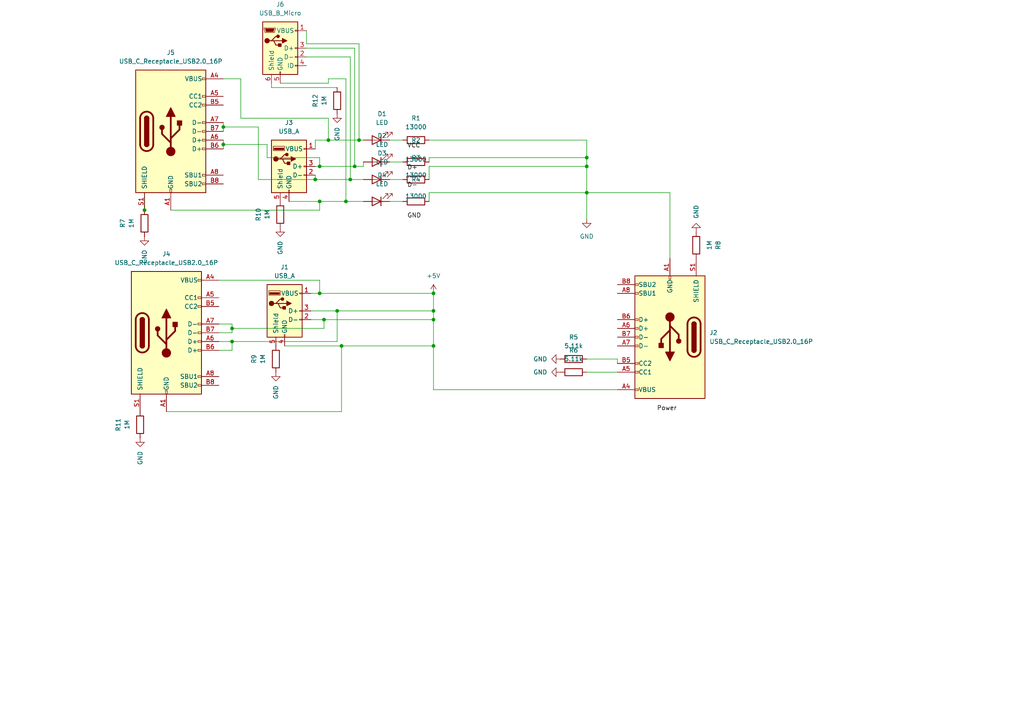
<source format=kicad_sch>
(kicad_sch (version 20231120) (generator "eeschema") (generator_version "8.0")
  (paper "A4")
  (lib_symbols
    (symbol "Connector:USB_A" (pin_names (offset 1.016))
      (property "Reference" "J" (at -5.08 11.43 0))
      (property "Value" "USB_A" (at -5.08 8.89 0))
      (symbol "USB_A_0_1"
        (rectangle (start -5.08 -7.62) (end 5.08 7.62) (stroke (width 0.254)) (fill (type background)))
        (circle (center -3.81 2.159) (radius 0.635) (stroke (width 0.254)) (fill (type outline)))
        (rectangle (start -1.524 4.826) (end -4.318 5.334) (fill (type outline)))
        (rectangle (start -1.27 4.572) (end -4.572 5.842))
        (circle (center -0.635 3.429) (radius 0.381) (stroke (width 0.254)) (fill (type outline)))
        (rectangle (start -0.127 -7.62) (end 0.127 -6.858))
        (polyline (pts (xy -3.175 2.159) (xy -2.54 2.159) (xy -1.27 3.429) (xy -0.635 3.429)) (stroke (width 0.254)))
        (polyline (pts (xy -2.54 2.159) (xy -1.905 2.159) (xy -1.27 0.889) (xy 0 0.889)) (stroke (width 0.254)))
        (polyline (pts (xy 0.635 2.794) (xy 0.635 1.524) (xy 1.905 2.159) (xy 0.635 2.794)) (stroke (width 0.254)) (fill (type outline)))
        (rectangle (start 0.254 1.27) (end -0.508 0.508) (stroke (width 0.254)) (fill (type outline)))
        (rectangle (start 5.08 -2.667) (end 4.318 -2.413))
        (rectangle (start 5.08 -0.127) (end 4.318 0.127))
        (rectangle (start 5.08 4.953) (end 4.318 5.207))
      )
      (symbol "USB_A_1_1"
        (polyline (pts (xy -1.905 2.159) (xy 0.635 2.159)) (stroke (width 0.254)))
        (pin power_in line (at 7.62 5.08 180) (length 2.54) (name "VBUS") (number "1"))
        (pin bidirectional line (at 7.62 -2.54 180) (length 2.54) (name "D-") (number "2"))
        (pin bidirectional line (at 7.62 0 180) (length 2.54) (name "D+") (number "3"))
        (pin power_in line (at 0 -10.16 90) (length 2.54) (name "GND") (number "4"))
        (pin passive line (at -2.54 -10.16 90) (length 2.54) (name "Shield") (number "5"))
      )
    )
    (symbol "Connector:USB_B_Micro" (pin_names (offset 1.016))
      (property "Reference" "J" (at -5.08 11.43 0))
      (property "Value" "USB_B_Micro" (at -5.08 8.89 0))
      (symbol "USB_B_Micro_0_1"
        (rectangle (start -5.08 -7.62) (end 5.08 7.62) (stroke (width 0.254)) (fill (type background)))
        (circle (center -3.81 2.159) (radius 0.635) (stroke (width 0.254)) (fill (type outline)))
        (circle (center -0.635 3.429) (radius 0.381) (stroke (width 0.254)) (fill (type outline)))
        (rectangle (start -0.127 -7.62) (end 0.127 -6.858))
        (polyline (pts (xy -1.905 2.159) (xy 0.635 2.159)) (stroke (width 0.254)))
        (polyline (pts (xy -3.175 2.159) (xy -2.54 2.159) (xy -1.27 3.429) (xy -0.635 3.429)) (stroke (width 0.254)))
        (polyline (pts (xy -2.54 2.159) (xy -1.905 2.159) (xy -1.27 0.889) (xy 0 0.889)) (stroke (width 0.254)))
        (polyline (pts (xy 0.635 2.794) (xy 0.635 1.524) (xy 1.905 2.159) (xy 0.635 2.794)) (stroke (width 0.254)) (fill (type outline)))
        (polyline (pts (xy -4.318 5.588) (xy -1.778 5.588) (xy -2.032 4.826) (xy -4.064 4.826) (xy -4.318 5.588)) (fill (type outline)))
        (polyline (pts (xy -4.699 5.842) (xy -4.699 5.588) (xy -4.445 4.826) (xy -4.445 4.572) (xy -1.651 4.572) (xy -1.651 4.826) (xy -1.397 5.588) (xy -1.397 5.842) (xy -4.699 5.842)))
        (rectangle (start 0.254 1.27) (end -0.508 0.508) (stroke (width 0.254)) (fill (type outline)))
        (rectangle (start 5.08 -5.207) (end 4.318 -4.953))
        (rectangle (start 5.08 -2.667) (end 4.318 -2.413))
        (rectangle (start 5.08 -0.127) (end 4.318 0.127))
        (rectangle (start 5.08 4.953) (end 4.318 5.207))
      )
      (symbol "USB_B_Micro_1_1"
        (pin power_out line (at 7.62 5.08 180) (length 2.54) (name "VBUS") (number "1"))
        (pin bidirectional line (at 7.62 -2.54 180) (length 2.54) (name "D-") (number "2"))
        (pin bidirectional line (at 7.62 0 180) (length 2.54) (name "D+") (number "3"))
        (pin passive line (at 7.62 -5.08 180) (length 2.54) (name "ID") (number "4"))
        (pin power_out line (at 0 -10.16 90) (length 2.54) (name "GND") (number "5"))
        (pin passive line (at -2.54 -10.16 90) (length 2.54) (name "Shield") (number "6"))
      )
    )
    (symbol "Connector:USB_C_Receptacle_USB2.0_16P" (pin_names (offset 1.016))
      (property "Reference" "J" (at 0 22.225 0))
      (property "Value" "USB_C_Receptacle_USB2.0_16P" (at 0 19.685 0))
      (symbol "USB_C_Receptacle_USB2.0_16P_0_0"
        (rectangle (start -0.254 -17.78) (end 0.254 -16.764))
        (rectangle (start 10.16 -14.986) (end 9.144 -15.494))
        (rectangle (start 10.16 -12.446) (end 9.144 -12.954))
        (rectangle (start 10.16 -4.826) (end 9.144 -5.334))
        (rectangle (start 10.16 -2.286) (end 9.144 -2.794))
        (rectangle (start 10.16 0.254) (end 9.144 -0.254))
        (rectangle (start 10.16 2.794) (end 9.144 2.286))
        (rectangle (start 10.16 7.874) (end 9.144 7.366))
        (rectangle (start 10.16 10.414) (end 9.144 9.906))
        (rectangle (start 10.16 15.494) (end 9.144 14.986))
      )
      (symbol "USB_C_Receptacle_USB2.0_16P_0_1"
        (rectangle (start -10.16 17.78) (end 10.16 -17.78) (stroke (width 0.254)) (fill (type background)))
        (arc (start -8.89 -3.81) (mid -6.985 -5.7067) (end -5.08 -3.81) (stroke (width 0.508)))
        (arc (start -7.62 -3.81) (mid -6.985 -4.4423) (end -6.35 -3.81) (stroke (width 0.254)))
        (arc (start -7.62 -3.81) (mid -6.985 -4.4423) (end -6.35 -3.81) (stroke (width 0.254)) (fill (type outline)))
        (rectangle (start -7.62 -3.81) (end -6.35 3.81) (stroke (width 0.254)) (fill (type outline)))
        (arc (start -6.35 3.81) (mid -6.985 4.4423) (end -7.62 3.81) (stroke (width 0.254)))
        (arc (start -6.35 3.81) (mid -6.985 4.4423) (end -7.62 3.81) (stroke (width 0.254)) (fill (type outline)))
        (arc (start -5.08 3.81) (mid -6.985 5.7067) (end -8.89 3.81) (stroke (width 0.508)))
        (circle (center -2.54 1.143) (radius 0.635) (stroke (width 0.254)) (fill (type outline)))
        (circle (center 0 -5.842) (radius 1.27) (fill (type outline)))
        (polyline (pts (xy -8.89 -3.81) (xy -8.89 3.81)) (stroke (width 0.508)))
        (polyline (pts (xy -5.08 3.81) (xy -5.08 -3.81)) (stroke (width 0.508)))
        (polyline (pts (xy 0 -5.842) (xy 0 4.318)) (stroke (width 0.508)))
        (polyline (pts (xy 0 -3.302) (xy -2.54 -0.762) (xy -2.54 0.508)) (stroke (width 0.508)))
        (polyline (pts (xy 0 -2.032) (xy 2.54 0.508) (xy 2.54 1.778)) (stroke (width 0.508)))
        (polyline (pts (xy -1.27 4.318) (xy 0 6.858) (xy 1.27 4.318) (xy -1.27 4.318)) (stroke (width 0.254)) (fill (type outline)))
        (rectangle (start 1.905 1.778) (end 3.175 3.048) (stroke (width 0.254)) (fill (type outline)))
      )
      (symbol "USB_C_Receptacle_USB2.0_16P_1_1"
        (pin passive line (at 0 -22.86 90) (length 5.08) (name "GND") (number "A1"))
        (pin passive line (at 0 -22.86 90) (length 5.08) hide (name "GND") (number "A12"))
        (pin passive line (at 15.24 15.24 180) (length 5.08) (name "VBUS") (number "A4"))
        (pin bidirectional line (at 15.24 10.16 180) (length 5.08) (name "CC1") (number "A5"))
        (pin bidirectional line (at 15.24 -2.54 180) (length 5.08) (name "D+") (number "A6"))
        (pin bidirectional line (at 15.24 2.54 180) (length 5.08) (name "D-") (number "A7"))
        (pin bidirectional line (at 15.24 -12.7 180) (length 5.08) (name "SBU1") (number "A8"))
        (pin passive line (at 15.24 15.24 180) (length 5.08) hide (name "VBUS") (number "A9"))
        (pin passive line (at 0 -22.86 90) (length 5.08) hide (name "GND") (number "B1"))
        (pin passive line (at 0 -22.86 90) (length 5.08) hide (name "GND") (number "B12"))
        (pin passive line (at 15.24 15.24 180) (length 5.08) hide (name "VBUS") (number "B4"))
        (pin bidirectional line (at 15.24 7.62 180) (length 5.08) (name "CC2") (number "B5"))
        (pin bidirectional line (at 15.24 -5.08 180) (length 5.08) (name "D+") (number "B6"))
        (pin bidirectional line (at 15.24 0 180) (length 5.08) (name "D-") (number "B7"))
        (pin bidirectional line (at 15.24 -15.24 180) (length 5.08) (name "SBU2") (number "B8"))
        (pin passive line (at 15.24 15.24 180) (length 5.08) hide (name "VBUS") (number "B9"))
        (pin passive line (at -7.62 -22.86 90) (length 5.08) (name "SHIELD") (number "S1"))
      )
    )
    (symbol "Device:LED" (pin_numbers hide) (pin_names (offset 1.016) hide)
      (property "Reference" "D" (at 0 2.54 0))
      (property "Value" "LED" (at 0 -2.54 0))
      (symbol "LED_0_1"
        (polyline (pts (xy -1.27 -1.27) (xy -1.27 1.27)) (stroke (width 0.254)))
        (polyline (pts (xy -1.27 0) (xy 1.27 0)))
        (polyline (pts (xy 1.27 -1.27) (xy 1.27 1.27) (xy -1.27 0) (xy 1.27 -1.27)) (stroke (width 0.254)))
        (polyline (pts (xy -3.048 -0.762) (xy -4.572 -2.286) (xy -3.81 -2.286) (xy -4.572 -2.286) (xy -4.572 -1.524)))
        (polyline (pts (xy -1.778 -0.762) (xy -3.302 -2.286) (xy -2.54 -2.286) (xy -3.302 -2.286) (xy -3.302 -1.524)))
      )
      (symbol "LED_1_1"
        (pin passive line (at -3.81 0 0) (length 2.54) (name "K") (number "1"))
        (pin passive line (at 3.81 0 180) (length 2.54) (name "A") (number "2"))
      )
    )
    (symbol "Device:R" (pin_numbers hide) (pin_names (offset 0))
      (property "Reference" "R" (at 2.032 0 90))
      (property "Value" "R" (at 0 0 90))
      (symbol "R_0_1"
        (rectangle (start -1.016 -2.54) (end 1.016 2.54) (stroke (width 0.254)))
      )
      (symbol "R_1_1"
        (pin passive line (at 0 3.81 270) (length 1.27) (name "~") (number "1"))
        (pin passive line (at 0 -3.81 90) (length 1.27) (name "~") (number "2"))
      )
    )
    (symbol "power:+5V" (power) (pin_numbers hide) (pin_names (offset 0) hide)
      (property "Value" "+5V" (at 0 3.556 0))
      (symbol "+5V_0_1"
        (polyline (pts (xy -0.762 1.27) (xy 0 2.54)))
        (polyline (pts (xy 0 0) (xy 0 2.54)))
        (polyline (pts (xy 0 2.54) (xy 0.762 1.27)))
      )
      (symbol "+5V_1_1"
        (pin power_in line (at 0 0 90) (length 0) (name "~") (number "1"))
      )
    )
    (symbol "power:GND" (power) (pin_numbers hide) (pin_names (offset 0) hide)
      (property "Value" "GND" (at 0 -3.81 0))
      (symbol "GND_0_1"
        (polyline (pts (xy 0 0) (xy 0 -1.27) (xy 1.27 -1.27) (xy 0 -2.54) (xy -1.27 -1.27) (xy 0 -1.27)))
      )
      (symbol "GND_1_1"
        (pin power_in line (at 0 0 270) (length 0) (name "~") (number "1"))
      )
    )
  )
  (junction (at 170.18 48.26))
  (junction (at 95.25 40.64))
  (junction (at 64.77 36.83))
  (junction (at 97.79 90.17))
  (junction (at 64.77 41.91))
  (junction (at 125.73 92.71))
  (junction (at 170.18 45.72))
  (junction (at 125.73 90.17))
  (junction (at 99.06 100.33))
  (junction (at 104.14 40.64))
  (junction (at 93.98 92.71))
  (junction (at 67.31 95.25))
  (junction (at 100.33 58.42))
  (junction (at 67.31 99.06))
  (junction (at 125.73 85.09))
  (junction (at 102.87 48.26))
  (junction (at 91.44 52.07))
  (junction (at 101.6 52.07))
  (junction (at 125.73 100.33))
  (junction (at 170.18 55.88))
  (junction (at 41.91 60.96))
  (junction (at 92.71 85.09))
  (junction (at 92.71 48.26))
  (junction (at 92.71 58.42))
  (wire (pts (xy 179.07 104.14) (xy 179.07 105.41)))
  (wire (pts (xy 170.18 104.14) (xy 179.07 104.14)))
  (wire (pts (xy 92.71 85.09) (xy 125.73 85.09)))
  (wire (pts (xy 92.71 58.42) (xy 100.33 58.42)))
  (wire (pts (xy 88.9 12.7) (xy 104.14 12.7)))
  (wire (pts (xy 179.07 113.03) (xy 125.73 113.03)))
  (wire (pts (xy 91.44 52.07) (xy 91.44 50.8)))
  (wire (pts (xy 48.26 119.38) (xy 99.06 119.38)))
  (wire (pts (xy 124.46 45.72) (xy 124.46 46.99)))
  (wire (pts (xy 83.82 58.42) (xy 92.71 58.42)))
  (wire (pts (xy 63.5 93.98) (xy 67.31 93.98)))
  (wire (pts (xy 194.31 74.93) (xy 194.31 55.88)))
  (wire (pts (xy 104.14 40.64) (xy 105.41 40.64)))
  (wire (pts (xy 90.17 85.09) (xy 92.71 85.09)))
  (wire (pts (xy 113.03 46.99) (xy 116.84 46.99)))
  (wire (pts (xy 102.87 13.97) (xy 102.87 48.26)))
  (wire (pts (xy 125.73 85.09) (xy 125.73 90.17)))
  (wire (pts (xy 90.17 90.17) (xy 97.79 90.17)))
  (wire (pts (xy 41.91 57.15) (xy 41.91 60.96)))
  (wire (pts (xy 101.6 16.51) (xy 101.6 52.07)))
  (wire (pts (xy 81.28 24.13) (xy 95.25 24.13)))
  (wire (pts (xy 63.5 81.28) (xy 92.71 81.28)))
  (wire (pts (xy 105.41 48.26) (xy 105.41 46.99)))
  (wire (pts (xy 82.55 100.33) (xy 99.06 100.33)))
  (wire (pts (xy 91.44 43.18) (xy 91.44 40.64)))
  (wire (pts (xy 88.9 16.51) (xy 101.6 16.51)))
  (wire (pts (xy 124.46 45.72) (xy 170.18 45.72)))
  (wire (pts (xy 93.98 92.71) (xy 125.73 92.71)))
  (wire (pts (xy 49.53 60.96) (xy 92.71 60.96)))
  (wire (pts (xy 124.46 48.26) (xy 170.18 48.26)))
  (wire (pts (xy 170.18 55.88) (xy 170.18 48.26)))
  (wire (pts (xy 170.18 63.5) (xy 170.18 55.88)))
  (wire (pts (xy 64.77 41.91) (xy 64.77 43.18)))
  (wire (pts (xy 92.71 45.72) (xy 92.71 48.26)))
  (wire (pts (xy 78.74 25.4) (xy 97.79 25.4)))
  (wire (pts (xy 91.44 48.26) (xy 92.71 48.26)))
  (wire (pts (xy 69.85 22.86) (xy 64.77 22.86)))
  (wire (pts (xy 92.71 81.28) (xy 92.71 85.09)))
  (wire (pts (xy 91.44 40.64) (xy 95.25 40.64)))
  (wire (pts (xy 170.18 48.26) (xy 170.18 45.72)))
  (wire (pts (xy 92.71 60.96) (xy 92.71 58.42)))
  (wire (pts (xy 101.6 52.07) (xy 105.41 52.07)))
  (wire (pts (xy 97.79 90.17) (xy 125.73 90.17)))
  (wire (pts (xy 64.77 35.56) (xy 64.77 36.83)))
  (wire (pts (xy 67.31 93.98) (xy 67.31 95.25)))
  (wire (pts (xy 74.93 52.07) (xy 91.44 52.07)))
  (wire (pts (xy 95.25 24.13) (xy 95.25 22.86)))
  (wire (pts (xy 64.77 41.91) (xy 77.47 41.91)))
  (wire (pts (xy 124.46 48.26) (xy 124.46 52.07)))
  (wire (pts (xy 113.03 52.07) (xy 116.84 52.07)))
  (wire (pts (xy 63.5 99.06) (xy 67.31 99.06)))
  (wire (pts (xy 74.93 36.83) (xy 74.93 52.07)))
  (wire (pts (xy 77.47 41.91) (xy 77.47 45.72)))
  (wire (pts (xy 124.46 40.64) (xy 170.18 40.64)))
  (wire (pts (xy 125.73 90.17) (xy 125.73 92.71)))
  (wire (pts (xy 100.33 58.42) (xy 105.41 58.42)))
  (wire (pts (xy 124.46 55.88) (xy 124.46 58.42)))
  (wire (pts (xy 99.06 100.33) (xy 125.73 100.33)))
  (wire (pts (xy 92.71 48.26) (xy 102.87 48.26)))
  (wire (pts (xy 100.33 22.86) (xy 100.33 58.42)))
  (wire (pts (xy 125.73 92.71) (xy 125.73 100.33)))
  (wire (pts (xy 95.25 40.64) (xy 95.25 34.29)))
  (wire (pts (xy 88.9 8.89) (xy 88.9 12.7)))
  (wire (pts (xy 67.31 99.06) (xy 67.31 101.6)))
  (wire (pts (xy 113.03 58.42) (xy 116.84 58.42)))
  (wire (pts (xy 102.87 48.26) (xy 105.41 48.26)))
  (wire (pts (xy 97.79 90.17) (xy 97.79 99.06)))
  (wire (pts (xy 170.18 45.72) (xy 170.18 40.64)))
  (wire (pts (xy 67.31 96.52) (xy 63.5 96.52)))
  (wire (pts (xy 170.18 107.95) (xy 179.07 107.95)))
  (wire (pts (xy 93.98 95.25) (xy 67.31 95.25)))
  (wire (pts (xy 67.31 101.6) (xy 63.5 101.6)))
  (wire (pts (xy 88.9 13.97) (xy 102.87 13.97)))
  (wire (pts (xy 91.44 52.07) (xy 101.6 52.07)))
  (wire (pts (xy 64.77 40.64) (xy 64.77 41.91)))
  (wire (pts (xy 95.25 22.86) (xy 100.33 22.86)))
  (wire (pts (xy 113.03 40.64) (xy 116.84 40.64)))
  (wire (pts (xy 194.31 55.88) (xy 170.18 55.88)))
  (wire (pts (xy 125.73 113.03) (xy 125.73 100.33)))
  (wire (pts (xy 64.77 36.83) (xy 64.77 38.1)))
  (wire (pts (xy 93.98 92.71) (xy 93.98 95.25)))
  (wire (pts (xy 97.79 99.06) (xy 67.31 99.06)))
  (wire (pts (xy 95.25 34.29) (xy 69.85 34.29)))
  (wire (pts (xy 67.31 95.25) (xy 67.31 96.52)))
  (wire (pts (xy 78.74 24.13) (xy 78.74 25.4)))
  (wire (pts (xy 77.47 45.72) (xy 92.71 45.72)))
  (wire (pts (xy 90.17 92.71) (xy 93.98 92.71)))
  (wire (pts (xy 64.77 36.83) (xy 74.93 36.83)))
  (wire (pts (xy 95.25 40.64) (xy 104.14 40.64)))
  (wire (pts (xy 124.46 55.88) (xy 170.18 55.88)))
  (wire (pts (xy 104.14 12.7) (xy 104.14 40.64)))
  (wire (pts (xy 99.06 119.38) (xy 99.06 100.33)))
  (wire (pts (xy 69.85 34.29) (xy 69.85 22.86)))
  (label "D-" (at 118.11 54.61 0))
  (label "Power" (at 190.5 119.38 0))
  (label "VCC" (at 118.11 43.18 0))
  (label "GND" (at 118.11 63.5 0))
  (label "D+" (at 118.11 49.53 0))
  (symbol (lib_id "power:GND") (at 170.18 63.5 0) (unit 1)
    (property "Reference" "#PWR01" (effects (hide yes)))
    (property "Value" "GND" (at 170.18 68.58 0))
    (property "Description" "Power symbol creates a global label with name \"GND\" , ground" (effects (hide yes)))
  )
  (symbol (lib_id "power:GND") (at 40.64 127 0) (unit 1)
    (property "Reference" "#PWR09" (effects (hide yes)))
    (property "Value" "GND" (at 40.6399 130.81 90) (effects (justify right)))
    (property "Description" "Power symbol creates a global label with name \"GND\" , ground" (effects (hide yes)))
  )
  (symbol (lib_id "Connector:USB_A") (at 83.82 48.26 0) (unit 1)
    (property "Reference" "J3" (at 83.82 35.56 0))
    (property "Value" "USB_A" (at 83.82 38.1 0))
    (property "Footprint" "Connector_USB:USB_A_Receptacle_GCT_USB1046" (effects (hide yes)))
    (property "Description" "USB Type A connector" (effects (hide yes)))
  )
  (symbol (lib_id "Connector:USB_C_Receptacle_USB2.0_16P") (at 194.31 97.79 180) (unit 1)
    (property "Reference" "J2" (at 205.74 96.5199 0) (effects (justify right)))
    (property "Value" "USB_C_Receptacle_USB2.0_16P" (at 205.74 99.0599 0) (effects (justify right)))
    (property "Footprint" "Connector_USB:USB_C_Receptacle_G-Switch_GT-USB-7010ASV" (effects (hide yes)))
    (property "Datasheet" "https://www.usb.org/sites/default/files/documents/usb_type-c.zip" (effects (hide yes)))
    (property "Description" "USB 2.0-only 16P Type-C Receptacle connector" (effects (hide yes)))
  )
  (symbol (lib_id "Device:R") (at 166.37 107.95 90) (unit 1)
    (property "Reference" "R6" (at 166.37 101.6 90))
    (property "Value" "5.11k" (at 166.37 104.14 90))
    (property "Footprint" "Resistor_SMD:R_0805_2012Metric" (effects (hide yes)))
    (property "Description" "Resistor" (effects (hide yes)))
  )
  (symbol (lib_id "Device:R") (at 81.28 62.23 180) (unit 1)
    (property "Reference" "R10" (at 74.93 62.23 90))
    (property "Value" "1M" (at 77.47 62.23 90))
    (property "Footprint" "Resistor_SMD:R_0805_2012Metric" (effects (hide yes)))
    (property "Description" "Resistor" (effects (hide yes)))
  )
  (symbol (lib_id "power:GND") (at 41.91 68.58 0) (unit 1)
    (property "Reference" "#PWR05" (effects (hide yes)))
    (property "Value" "GND" (at 41.9099 72.39 90) (effects (justify right)))
    (property "Description" "Power symbol creates a global label with name \"GND\" , ground" (effects (hide yes)))
  )
  (symbol (lib_id "Connector:USB_B_Micro") (at 81.28 13.97 0) (unit 1)
    (property "Reference" "J6" (at 81.28 1.27 0))
    (property "Value" "USB_B_Micro" (at 81.28 3.81 0))
    (property "Footprint" "Connector_USB:USB_Micro-AB_Molex_47590-0001" (effects (hide yes)))
    (property "Description" "USB Micro Type B connector" (effects (hide yes)))
  )
  (symbol (lib_id "Device:R") (at 120.65 52.07 90) (unit 1)
    (property "Reference" "R3" (at 120.65 45.72 90))
    (property "Value" "13000" (at 120.65 50.8 90))
    (property "Footprint" "Resistor_SMD:R_0805_2012Metric" (effects (hide yes)))
    (property "Description" "Resistor" (effects (hide yes)))
  )
  (symbol (lib_id "Device:R") (at 201.93 71.12 0) (unit 1)
    (property "Reference" "R8" (at 208.28 71.12 90))
    (property "Value" "1M" (at 205.74 71.12 90))
    (property "Footprint" "Resistor_SMD:R_0805_2012Metric" (effects (hide yes)))
    (property "Description" "Resistor" (effects (hide yes)))
  )
  (symbol (lib_id "Device:LED") (at 109.22 46.99 180) (unit 1)
    (property "Reference" "D2" (at 110.8075 39.37 0))
    (property "Value" "LED" (at 110.8075 41.91 0))
    (property "Footprint" "LED_SMD:LED_1206_3216Metric" (effects (hide yes)))
    (property "Description" "Light emitting diode" (effects (hide yes)))
  )
  (symbol (lib_id "power:GND") (at 201.93 67.31 180) (unit 1)
    (property "Reference" "#PWR06" (effects (hide yes)))
    (property "Value" "GND" (at 201.9301 63.5 90) (effects (justify right)))
    (property "Description" "Power symbol creates a global label with name \"GND\" , ground" (effects (hide yes)))
  )
  (symbol (lib_id "Connector:USB_C_Receptacle_USB2.0_16P") (at 49.53 38.1 0) (unit 1)
    (property "Reference" "J5" (at 49.53 15.24 0))
    (property "Value" "USB_C_Receptacle_USB2.0_16P" (at 49.53 17.78 0))
    (property "Footprint" "Connector_USB:USB_C_Receptacle_G-Switch_GT-USB-7010ASV" (effects (hide yes)))
    (property "Datasheet" "https://www.usb.org/sites/default/files/documents/usb_type-c.zip" (effects (hide yes)))
    (property "Description" "USB 2.0-only 16P Type-C Receptacle connector" (effects (hide yes)))
  )
  (symbol (lib_id "Device:R") (at 120.65 46.99 90) (unit 1)
    (property "Reference" "R2" (at 120.65 40.64 90))
    (property "Value" "13000" (at 120.65 46.228 90))
    (property "Footprint" "Resistor_SMD:R_0805_2012Metric" (effects (hide yes)))
    (property "Description" "Resistor" (effects (hide yes)))
  )
  (symbol (lib_id "Device:R") (at 40.64 123.19 180) (unit 1)
    (property "Reference" "R11" (at 34.29 123.19 90))
    (property "Value" "1M" (at 36.83 123.19 90))
    (property "Footprint" "Resistor_SMD:R_0805_2012Metric" (effects (hide yes)))
    (property "Description" "Resistor" (effects (hide yes)))
  )
  (symbol (lib_id "Device:R") (at 120.65 40.64 90) (unit 1)
    (property "Reference" "R1" (at 120.65 34.29 90))
    (property "Value" "13000" (at 120.65 36.83 90))
    (property "Footprint" "Resistor_SMD:R_0805_2012Metric" (effects (hide yes)))
    (property "Description" "Resistor" (effects (hide yes)))
  )
  (symbol (lib_id "power:GND") (at 81.28 66.04 0) (unit 1)
    (property "Reference" "#PWR08" (effects (hide yes)))
    (property "Value" "GND" (at 81.2799 69.85 90) (effects (justify right)))
    (property "Description" "Power symbol creates a global label with name \"GND\" , ground" (effects (hide yes)))
  )
  (symbol (lib_id "Device:R") (at 120.65 58.42 90) (unit 1)
    (property "Reference" "R4" (at 120.65 52.07 90))
    (property "Value" "13000" (at 120.65 56.896 90))
    (property "Footprint" "Resistor_SMD:R_0805_2012Metric" (effects (hide yes)))
    (property "Description" "Resistor" (effects (hide yes)))
  )
  (symbol (lib_id "power:GND") (at 162.56 107.95 270) (unit 1)
    (property "Reference" "#PWR04" (effects (hide yes)))
    (property "Value" "GND" (at 158.75 107.9499 90) (effects (justify right)))
    (property "Description" "Power symbol creates a global label with name \"GND\" , ground" (effects (hide yes)))
  )
  (symbol (lib_id "Device:R") (at 80.01 104.14 180) (unit 1)
    (property "Reference" "R9" (at 73.66 104.14 90))
    (property "Value" "1M" (at 76.2 104.14 90))
    (property "Footprint" "Resistor_SMD:R_0805_2012Metric" (effects (hide yes)))
    (property "Description" "Resistor" (effects (hide yes)))
  )
  (symbol (lib_id "Connector:USB_C_Receptacle_USB2.0_16P") (at 48.26 96.52 0) (unit 1)
    (property "Reference" "J4" (at 48.26 73.66 0))
    (property "Value" "USB_C_Receptacle_USB2.0_16P" (at 48.26 76.2 0))
    (property "Footprint" "Connector_USB:USB_C_Receptacle_G-Switch_GT-USB-7010ASV" (effects (hide yes)))
    (property "Datasheet" "https://www.usb.org/sites/default/files/documents/usb_type-c.zip" (effects (hide yes)))
    (property "Description" "USB 2.0-only 16P Type-C Receptacle connector" (effects (hide yes)))
  )
  (symbol (lib_id "power:GND") (at 97.79 33.02 0) (unit 1)
    (property "Reference" "#PWR010" (effects (hide yes)))
    (property "Value" "GND" (at 97.7899 36.83 90) (effects (justify right)))
    (property "Description" "Power symbol creates a global label with name \"GND\" , ground" (effects (hide yes)))
  )
  (symbol (lib_id "Device:LED") (at 109.22 40.64 180) (unit 1)
    (property "Reference" "D1" (at 110.8075 33.02 0))
    (property "Value" "LED" (at 110.8075 35.56 0))
    (property "Footprint" "LED_SMD:LED_1206_3216Metric" (effects (hide yes)))
    (property "Description" "Light emitting diode" (effects (hide yes)))
  )
  (symbol (lib_id "Device:R") (at 41.91 64.77 180) (unit 1)
    (property "Reference" "R7" (at 35.56 64.77 90))
    (property "Value" "1M" (at 38.1 64.77 90))
    (property "Footprint" "Resistor_SMD:R_0805_2012Metric" (effects (hide yes)))
    (property "Description" "Resistor" (effects (hide yes)))
  )
  (symbol (lib_id "Device:LED") (at 109.22 52.07 180) (unit 1)
    (property "Reference" "D3" (at 110.8075 44.45 0))
    (property "Value" "LED" (at 110.8075 46.99 0))
    (property "Footprint" "LED_SMD:LED_1206_3216Metric" (effects (hide yes)))
    (property "Description" "Light emitting diode" (effects (hide yes)))
  )
  (symbol (lib_id "power:GND") (at 80.01 107.95 0) (unit 1)
    (property "Reference" "#PWR07" (effects (hide yes)))
    (property "Value" "GND" (at 80.0099 111.76 90) (effects (justify right)))
    (property "Description" "Power symbol creates a global label with name \"GND\" , ground" (effects (hide yes)))
  )
  (symbol (lib_id "power:+5V") (at 125.73 85.09 0) (unit 1)
    (property "Reference" "#PWR02" (effects (hide yes)))
    (property "Value" "+5V" (at 125.73 80.01 0))
    (property "Description" "Power symbol creates a global label with name \"+5V\"" (effects (hide yes)))
  )
  (symbol (lib_id "Device:R") (at 97.79 29.21 180) (unit 1)
    (property "Reference" "R12" (at 91.44 29.21 90))
    (property "Value" "1M" (at 93.98 29.21 90))
    (property "Footprint" "Resistor_SMD:R_0805_2012Metric" (effects (hide yes)))
    (property "Description" "Resistor" (effects (hide yes)))
  )
  (symbol (lib_id "power:GND") (at 162.56 104.14 270) (unit 1)
    (property "Reference" "#PWR03" (effects (hide yes)))
    (property "Value" "GND" (at 158.75 104.1399 90) (effects (justify right)))
    (property "Description" "Power symbol creates a global label with name \"GND\" , ground" (effects (hide yes)))
  )
  (symbol (lib_id "Device:LED") (at 109.22 58.42 180) (unit 1)
    (property "Reference" "D4" (at 110.8075 50.8 0))
    (property "Value" "LED" (at 110.8075 53.34 0))
    (property "Footprint" "LED_SMD:LED_1206_3216Metric" (effects (hide yes)))
    (property "Description" "Light emitting diode" (effects (hide yes)))
  )
  (symbol (lib_id "Device:R") (at 166.37 104.14 90) (unit 1)
    (property "Reference" "R5" (at 166.37 97.79 90))
    (property "Value" "5.11k" (at 166.37 100.33 90))
    (property "Footprint" "Resistor_SMD:R_0805_2012Metric" (effects (hide yes)))
    (property "Description" "Resistor" (effects (hide yes)))
  )
  (symbol (lib_id "Connector:USB_A") (at 82.55 90.17 0) (unit 1)
    (property "Reference" "J1" (at 82.55 77.47 0))
    (property "Value" "USB_A" (at 82.55 80.01 0))
    (property "Footprint" "Connector_USB:USB_A_Receptacle_GCT_USB1046" (effects (hide yes)))
    (property "Description" "USB Type A connector" (effects (hide yes)))
  )
)
</source>
